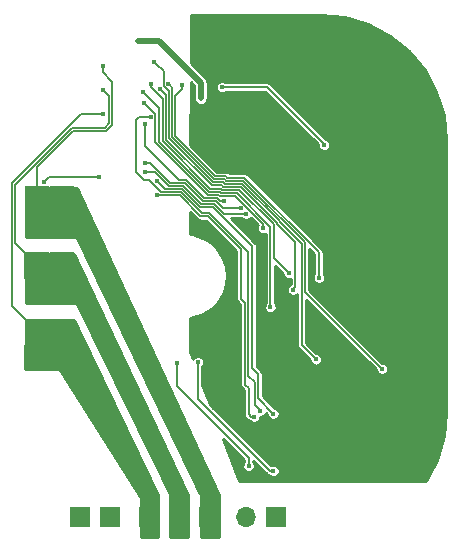
<source format=gbr>
G04 #@! TF.FileFunction,Copper,L2,Bot,Signal*
%FSLAX46Y46*%
G04 Gerber Fmt 4.6, Leading zero omitted, Abs format (unit mm)*
G04 Created by KiCad (PCBNEW 4.0.6) date 10/13/18 21:28:43*
%MOMM*%
%LPD*%
G01*
G04 APERTURE LIST*
%ADD10C,0.100000*%
%ADD11R,1.700000X1.700000*%
%ADD12O,1.700000X1.700000*%
%ADD13R,2.150000X2.200000*%
%ADD14C,0.400000*%
%ADD15C,0.500000*%
%ADD16C,0.130000*%
%ADD17C,0.254000*%
G04 APERTURE END LIST*
D10*
D11*
X73200000Y-85900000D03*
D12*
X70660000Y-85900000D03*
D11*
X56600000Y-85900000D03*
X59200000Y-85900000D03*
X62500000Y-85900000D03*
X65040000Y-85900000D03*
X67580000Y-85900000D03*
D13*
X52958935Y-72400000D03*
X52958935Y-70200000D03*
X55108935Y-72400000D03*
X55108935Y-70200000D03*
X52945000Y-66800000D03*
X52945000Y-64600000D03*
X55095000Y-66800000D03*
X55095000Y-64600000D03*
X52958935Y-61195000D03*
X52958935Y-58995000D03*
X55108935Y-61195000D03*
X55108935Y-58995000D03*
D14*
X83500000Y-54300000D03*
X77650000Y-62100000D03*
X74300000Y-81250000D03*
X76200000Y-74850000D03*
X82600000Y-63500000D03*
X82550000Y-70300000D03*
X67650000Y-54450000D03*
X67350000Y-54050000D03*
X72200000Y-47300000D03*
X71550000Y-47300000D03*
X70900000Y-47300000D03*
X70250000Y-47300000D03*
X73750000Y-47300000D03*
X73650000Y-56600000D03*
X74100000Y-56150000D03*
X62850004Y-45600000D03*
X62250000Y-45600000D03*
X61550000Y-45600004D03*
X66850000Y-49150000D03*
X66850000Y-49750000D03*
X66850000Y-50450000D03*
X58550000Y-51800000D03*
X58550000Y-49750000D03*
X58550000Y-47750000D03*
X77300000Y-54400000D03*
X68650000Y-49500000D03*
X62154990Y-55900000D03*
X70270685Y-59779315D03*
X70718687Y-60227316D03*
X62154990Y-56704315D03*
X61950000Y-49900000D03*
X72750000Y-68150000D03*
X62665825Y-49217677D03*
X74308093Y-65258636D03*
X62050000Y-50850000D03*
X72150000Y-61450000D03*
X63371481Y-49651262D03*
X74650000Y-66650000D03*
X66600000Y-72800000D03*
X73000000Y-82000000D03*
X64800000Y-72900000D03*
X70900000Y-81600000D03*
X58200000Y-57100000D03*
X53600000Y-57530002D03*
X71900000Y-76900000D03*
X62600000Y-52050000D03*
X71366430Y-77396927D03*
X63143602Y-58652231D03*
X63150000Y-57450000D03*
X73000000Y-77150000D03*
X62150000Y-52650000D03*
X68840858Y-59115087D03*
X64099999Y-49250000D03*
X82200000Y-73350000D03*
X62900000Y-47350000D03*
X76600000Y-72550000D03*
X65300000Y-49350000D03*
X76850000Y-65650000D03*
D15*
X63132846Y-45600000D02*
X62850004Y-45600000D01*
X66850000Y-49150000D02*
X63300000Y-45600000D01*
X63300000Y-45600000D02*
X63132846Y-45600000D01*
X62250000Y-45600000D02*
X62850004Y-45600000D01*
X62249996Y-45600004D02*
X62250000Y-45600000D01*
X61550000Y-45600004D02*
X62249996Y-45600004D01*
X66850000Y-49750000D02*
X66850000Y-50450000D01*
X66850000Y-49150000D02*
X66850000Y-49750000D01*
D16*
X58020000Y-51800000D02*
X58550000Y-51800000D01*
X50839989Y-62837700D02*
X50839989Y-57630011D01*
X56670000Y-51800000D02*
X58020000Y-51800000D01*
X50850000Y-62847711D02*
X50839989Y-62837700D01*
X50839989Y-57630011D02*
X56670000Y-51800000D01*
X52958935Y-70175000D02*
X50850000Y-68066065D01*
X52958935Y-70200000D02*
X52958935Y-70175000D01*
X50850000Y-68066065D02*
X50850000Y-62847711D01*
X58550000Y-49750000D02*
X58575000Y-49750000D01*
X51100000Y-57800000D02*
X51100000Y-62730000D01*
X58700000Y-52950000D02*
X55950000Y-52950000D01*
X59080000Y-52570000D02*
X58700000Y-52950000D01*
X58575000Y-49750000D02*
X59080000Y-50255000D01*
X59080000Y-50255000D02*
X59080000Y-52570000D01*
X55950000Y-52950000D02*
X51100000Y-57800000D01*
X51100000Y-62730000D02*
X52945000Y-64575000D01*
X52945000Y-64575000D02*
X52945000Y-64600000D01*
X55108935Y-58970000D02*
X55108935Y-58995000D01*
X59350000Y-49055000D02*
X58550000Y-48255000D01*
X59350000Y-52717711D02*
X59350000Y-49055000D01*
X56057699Y-53210011D02*
X58857700Y-53210011D01*
X52958935Y-58995000D02*
X52958935Y-56308775D01*
X58857700Y-53210011D02*
X59350000Y-52717711D01*
X58550000Y-48255000D02*
X58550000Y-47750000D01*
X52958935Y-56308775D02*
X56057699Y-53210011D01*
X68650000Y-49500000D02*
X72490000Y-49500000D01*
X72490000Y-49500000D02*
X77300000Y-54310000D01*
X77300000Y-54310000D02*
X77300000Y-54400000D01*
X68650000Y-49500000D02*
X68550000Y-49500000D01*
X62437832Y-55900000D02*
X62154990Y-55900000D01*
X64264502Y-57612187D02*
X62552315Y-55900000D01*
X65483031Y-57612187D02*
X64264502Y-57612187D01*
X70270685Y-59779315D02*
X68764737Y-59779315D01*
X68764737Y-59779315D02*
X68115400Y-59129978D01*
X67000818Y-59129978D02*
X65483031Y-57612187D01*
X62552315Y-55900000D02*
X62437832Y-55900000D01*
X68115400Y-59129978D02*
X67000818Y-59129978D01*
X65375331Y-57872198D02*
X64156802Y-57872198D01*
X68845027Y-60227316D02*
X68007700Y-59389989D01*
X70718687Y-60227316D02*
X68845027Y-60227316D01*
X68007700Y-59389989D02*
X66893119Y-59389989D01*
X66893119Y-59389989D02*
X65375331Y-57872198D01*
X62988919Y-56704315D02*
X62437832Y-56704315D01*
X62437832Y-56704315D02*
X62154990Y-56704315D01*
X64156802Y-57872198D02*
X62988919Y-56704315D01*
X62149999Y-50099999D02*
X61950000Y-49900000D01*
X68548621Y-58460066D02*
X68438500Y-58349945D01*
X63349945Y-51299945D02*
X62149999Y-50099999D01*
X67543679Y-58349945D02*
X63349945Y-54156211D01*
X69877776Y-58460066D02*
X68548621Y-58460066D01*
X72750000Y-68150000D02*
X72750000Y-61332291D01*
X68438500Y-58349945D02*
X67543679Y-58349945D01*
X63349945Y-54156211D02*
X63349945Y-51299945D01*
X72750000Y-61332291D02*
X69877776Y-58460066D01*
X70117766Y-58200055D02*
X68656321Y-58200055D01*
X62665825Y-49530208D02*
X62665825Y-49500519D01*
X67651379Y-58089934D02*
X63609956Y-54048511D01*
X68546200Y-58089934D02*
X67651379Y-58089934D01*
X68656321Y-58200055D02*
X68546200Y-58089934D01*
X62665825Y-49500519D02*
X62665825Y-49217677D01*
X74308093Y-65258636D02*
X73010011Y-63960554D01*
X73010011Y-63960554D02*
X73010011Y-61092300D01*
X73010011Y-61092300D02*
X70117766Y-58200055D01*
X63609956Y-50474339D02*
X62665825Y-49530208D01*
X63609956Y-54048511D02*
X63609956Y-50474339D01*
X63010011Y-54183988D02*
X67435979Y-58609956D01*
X68330800Y-58609956D02*
X68440921Y-58720077D01*
X69770076Y-58720077D02*
X72150000Y-61100001D01*
X62050000Y-50850000D02*
X63010011Y-51810011D01*
X72150000Y-61167158D02*
X72150000Y-61450000D01*
X67435979Y-58609956D02*
X68330800Y-58609956D01*
X63010011Y-51810011D02*
X63010011Y-54183988D01*
X72150000Y-61100001D02*
X72150000Y-61167158D01*
X68440921Y-58720077D02*
X69770076Y-58720077D01*
X74849999Y-66450001D02*
X74849999Y-62635421D01*
X67759079Y-57829923D02*
X63869967Y-53940811D01*
X73270022Y-61055444D02*
X73270022Y-60984600D01*
X63869967Y-50149748D02*
X63571480Y-49851261D01*
X63571480Y-49851261D02*
X63371481Y-49651262D01*
X73270022Y-60984600D02*
X70225466Y-57940044D01*
X74650000Y-66650000D02*
X74849999Y-66450001D01*
X63869967Y-53940811D02*
X63869967Y-50149748D01*
X74849999Y-62635421D02*
X73270022Y-61055444D01*
X70225466Y-57940044D02*
X68764021Y-57940044D01*
X68764021Y-57940044D02*
X68653900Y-57829923D01*
X68653900Y-57829923D02*
X67759079Y-57829923D01*
X73000000Y-82000000D02*
X72717158Y-82000000D01*
X72717158Y-82000000D02*
X67700000Y-76982842D01*
X67700000Y-76982842D02*
X67682842Y-76982842D01*
X67682842Y-76982842D02*
X66600000Y-75900000D01*
X66600000Y-75900000D02*
X66600000Y-72800000D01*
X70900000Y-81600000D02*
X70900000Y-80900000D01*
X70900000Y-80900000D02*
X64800000Y-74800000D01*
X64800000Y-74800000D02*
X64800000Y-73182842D01*
X64800000Y-73182842D02*
X64800000Y-72900000D01*
X53600000Y-57530002D02*
X54030002Y-57100000D01*
X54030002Y-57100000D02*
X58200000Y-57100000D01*
X71400001Y-76400001D02*
X71700001Y-76700001D01*
X71400001Y-74500001D02*
X71400001Y-76400001D01*
X70860011Y-63442300D02*
X70860011Y-73960011D01*
X66917710Y-60150000D02*
X67567711Y-60150000D01*
X71700001Y-76700001D02*
X71900000Y-76900000D01*
X67567711Y-60150000D02*
X70860011Y-63442300D01*
X65159931Y-58392220D02*
X66917710Y-60150000D01*
X63509930Y-58392220D02*
X65159931Y-58392220D01*
X62467710Y-57350000D02*
X63509930Y-58392220D01*
X62050000Y-57350000D02*
X62467710Y-57350000D01*
X70860011Y-73960011D02*
X71400001Y-74500001D01*
X61392978Y-56692978D02*
X62050000Y-57350000D01*
X61650000Y-52050000D02*
X61392978Y-52307022D01*
X62600000Y-52050000D02*
X61650000Y-52050000D01*
X61392978Y-52307022D02*
X61392978Y-56692978D01*
X63143602Y-58652231D02*
X65052231Y-58652231D01*
X70600000Y-67800000D02*
X70600000Y-74700000D01*
X65052231Y-58652231D02*
X66810011Y-60410011D01*
X70900000Y-77213339D02*
X71083588Y-77396927D01*
X66810011Y-60410011D02*
X67460011Y-60410011D01*
X67460011Y-60410011D02*
X70250000Y-63200000D01*
X70900000Y-75000000D02*
X70900000Y-77213339D01*
X70250000Y-63200000D02*
X70250000Y-67450000D01*
X70250000Y-67450000D02*
X70600000Y-67800000D01*
X70600000Y-74700000D02*
X70900000Y-75000000D01*
X71083588Y-77396927D02*
X71366430Y-77396927D01*
X73000000Y-77150000D02*
X71700000Y-75850000D01*
X71700000Y-75850000D02*
X71700000Y-73800000D01*
X71700000Y-73800000D02*
X71200000Y-73300000D01*
X71200000Y-73300000D02*
X71200000Y-62950000D01*
X71200000Y-62950000D02*
X67900000Y-59650000D01*
X67900000Y-59650000D02*
X66785420Y-59650000D01*
X66785420Y-59650000D02*
X65267631Y-58132209D01*
X65267631Y-58132209D02*
X63832209Y-58132209D01*
X63832209Y-58132209D02*
X63349999Y-57649999D01*
X63349999Y-57649999D02*
X63150000Y-57450000D01*
X62150000Y-52932842D02*
X62150000Y-52650000D01*
X62150000Y-54490429D02*
X62150000Y-52932842D01*
X65011747Y-57352176D02*
X62150000Y-54490429D01*
X65590731Y-57352176D02*
X65011747Y-57352176D01*
X68223100Y-58869967D02*
X67108517Y-58869967D01*
X68468220Y-59115087D02*
X68223100Y-58869967D01*
X68840858Y-59115087D02*
X68468220Y-59115087D01*
X67108517Y-58869967D02*
X65590731Y-57352176D01*
X68979421Y-57420022D02*
X68869300Y-57309901D01*
X70440866Y-57420022D02*
X68979421Y-57420022D01*
X64299998Y-49449999D02*
X64099999Y-49250000D01*
X64389989Y-53725411D02*
X64389989Y-49539990D01*
X75660011Y-62639168D02*
X70440866Y-57420022D01*
X75660011Y-66810011D02*
X75660011Y-62639168D01*
X82200000Y-73350000D02*
X75660011Y-66810011D01*
X67974479Y-57309901D02*
X64389989Y-53725411D01*
X64389989Y-49539990D02*
X64299998Y-49449999D01*
X68869300Y-57309901D02*
X67974479Y-57309901D01*
X63099999Y-47549999D02*
X62900000Y-47350000D01*
X73530033Y-60876900D02*
X70333166Y-57680033D01*
X73530033Y-60930033D02*
X73530033Y-60876900D01*
X64129978Y-53833111D02*
X64129978Y-49864583D01*
X63704997Y-49439602D02*
X63704997Y-48154997D01*
X67866779Y-57569912D02*
X64129978Y-53833111D01*
X68761600Y-57569912D02*
X67866779Y-57569912D01*
X75400000Y-62800000D02*
X73530033Y-60930033D01*
X64129978Y-49864583D02*
X63704997Y-49439602D01*
X75400000Y-71350000D02*
X75400000Y-62800000D01*
X76600000Y-72550000D02*
X75400000Y-71350000D01*
X70333166Y-57680033D02*
X68871721Y-57680033D01*
X63704997Y-48154997D02*
X63099999Y-47549999D01*
X68871721Y-57680033D02*
X68761600Y-57569912D01*
X69087121Y-57160011D02*
X68977000Y-57049890D01*
X70548566Y-57160011D02*
X69087121Y-57160011D01*
X68082179Y-57049890D02*
X64650000Y-53617711D01*
X64650000Y-53617711D02*
X64650000Y-50282842D01*
X76850000Y-65650000D02*
X76850000Y-63461446D01*
X76850000Y-63461446D02*
X70548566Y-57160011D01*
X68977000Y-57049890D02*
X68082179Y-57049890D01*
X64650000Y-50282842D02*
X65300000Y-49632842D01*
X65300000Y-49632842D02*
X65300000Y-49350000D01*
D17*
G36*
X63223000Y-84078807D02*
X63223000Y-87623000D01*
X61777000Y-87623000D01*
X61777000Y-84350000D01*
X61771972Y-84314619D01*
X61757389Y-84282202D01*
X54907389Y-73432202D01*
X54884249Y-73404968D01*
X54854438Y-73385259D01*
X54820317Y-73374636D01*
X54800000Y-73373000D01*
X51978452Y-73373000D01*
X52025565Y-69227000D01*
X56119962Y-69227000D01*
X63223000Y-84078807D01*
X63223000Y-84078807D01*
G37*
X63223000Y-84078807D02*
X63223000Y-87623000D01*
X61777000Y-87623000D01*
X61777000Y-84350000D01*
X61771972Y-84314619D01*
X61757389Y-84282202D01*
X54907389Y-73432202D01*
X54884249Y-73404968D01*
X54854438Y-73385259D01*
X54820317Y-73374636D01*
X54800000Y-73373000D01*
X51978452Y-73373000D01*
X52025565Y-69227000D01*
X56119962Y-69227000D01*
X63223000Y-84078807D01*
G36*
X65773000Y-84028531D02*
X65773000Y-87623000D01*
X64277000Y-87623000D01*
X64277000Y-84050000D01*
X64271972Y-84014619D01*
X64264014Y-83994055D01*
X56364014Y-67894055D01*
X56343914Y-67864507D01*
X56316378Y-67841727D01*
X56283586Y-67827522D01*
X56250000Y-67823000D01*
X52025581Y-67823000D01*
X51978435Y-63627000D01*
X56119593Y-63627000D01*
X65773000Y-84028531D01*
X65773000Y-84028531D01*
G37*
X65773000Y-84028531D02*
X65773000Y-87623000D01*
X64277000Y-87623000D01*
X64277000Y-84050000D01*
X64271972Y-84014619D01*
X64264014Y-83994055D01*
X56364014Y-67894055D01*
X56343914Y-67864507D01*
X56316378Y-67841727D01*
X56283586Y-67827522D01*
X56250000Y-67823000D01*
X52025581Y-67823000D01*
X51978435Y-63627000D01*
X56119593Y-63627000D01*
X65773000Y-84028531D01*
G36*
X53436360Y-58033634D02*
X53537299Y-58055827D01*
X53640627Y-58057991D01*
X53742406Y-58040045D01*
X53776038Y-58027000D01*
X56368753Y-58027000D01*
X68373000Y-84027901D01*
X68373000Y-87623000D01*
X66827000Y-87623000D01*
X66827000Y-84000000D01*
X66821972Y-83964619D01*
X66814423Y-83944897D01*
X56364423Y-62244897D01*
X56344542Y-62215201D01*
X56317175Y-62192220D01*
X56284488Y-62177773D01*
X56250000Y-62173000D01*
X52027000Y-62173000D01*
X52027000Y-58027000D01*
X53421175Y-58027000D01*
X53436360Y-58033634D01*
X53436360Y-58033634D01*
G37*
X53436360Y-58033634D02*
X53537299Y-58055827D01*
X53640627Y-58057991D01*
X53742406Y-58040045D01*
X53776038Y-58027000D01*
X56368753Y-58027000D01*
X68373000Y-84027901D01*
X68373000Y-87623000D01*
X66827000Y-87623000D01*
X66827000Y-84000000D01*
X66821972Y-83964619D01*
X66814423Y-83944897D01*
X56364423Y-62244897D01*
X56344542Y-62215201D01*
X56317175Y-62192220D01*
X56284488Y-62177773D01*
X56250000Y-62173000D01*
X52027000Y-62173000D01*
X52027000Y-58027000D01*
X53421175Y-58027000D01*
X53436360Y-58033634D01*
G36*
X79063004Y-43581087D02*
X81047420Y-44180218D01*
X82877679Y-45153384D01*
X84484056Y-46463514D01*
X85805368Y-48060706D01*
X86791286Y-49884122D01*
X87404257Y-51864311D01*
X87622801Y-53943620D01*
X87623000Y-54000742D01*
X87623000Y-76981559D01*
X87418913Y-79063004D01*
X86819782Y-81047420D01*
X85875690Y-82823000D01*
X70085199Y-82823000D01*
X68739701Y-79294073D01*
X70508000Y-81062372D01*
X70508000Y-81246236D01*
X70494341Y-81259612D01*
X70435952Y-81344887D01*
X70395238Y-81439880D01*
X70373750Y-81540972D01*
X70372307Y-81644312D01*
X70390964Y-81745964D01*
X70429010Y-81842056D01*
X70484995Y-81928929D01*
X70556788Y-82003273D01*
X70641654Y-82062256D01*
X70736360Y-82103632D01*
X70837299Y-82125825D01*
X70940627Y-82127989D01*
X71042406Y-82110043D01*
X71138762Y-82072669D01*
X71226024Y-82017291D01*
X71300867Y-81946019D01*
X71360441Y-81861567D01*
X71402477Y-81767152D01*
X71425374Y-81666370D01*
X71427023Y-81548325D01*
X71406949Y-81446943D01*
X71367565Y-81351391D01*
X71310372Y-81265309D01*
X71292000Y-81246808D01*
X71292000Y-81129214D01*
X72439972Y-82277186D01*
X72467967Y-82300181D01*
X72495691Y-82323444D01*
X72497498Y-82324437D01*
X72499091Y-82325746D01*
X72531019Y-82342866D01*
X72562733Y-82360301D01*
X72564696Y-82360924D01*
X72566515Y-82361899D01*
X72601154Y-82372489D01*
X72635657Y-82383434D01*
X72637707Y-82383664D01*
X72637913Y-82383727D01*
X72656788Y-82403273D01*
X72741654Y-82462256D01*
X72836360Y-82503632D01*
X72937299Y-82525825D01*
X73040627Y-82527989D01*
X73142406Y-82510043D01*
X73238762Y-82472669D01*
X73326024Y-82417291D01*
X73400867Y-82346019D01*
X73460441Y-82261567D01*
X73502477Y-82167152D01*
X73525374Y-82066370D01*
X73527023Y-81948325D01*
X73506949Y-81846943D01*
X73467565Y-81751391D01*
X73410372Y-81665309D01*
X73337548Y-81591975D01*
X73251867Y-81534182D01*
X73156592Y-81494132D01*
X73055353Y-81473351D01*
X72952006Y-81472629D01*
X72850486Y-81491995D01*
X72788549Y-81517019D01*
X67977186Y-76705656D01*
X67949191Y-76682661D01*
X67921467Y-76659398D01*
X67919660Y-76658405D01*
X67918067Y-76657096D01*
X67903839Y-76649467D01*
X67625095Y-76370723D01*
X66992000Y-74710263D01*
X66992000Y-73154463D01*
X67000867Y-73146019D01*
X67060441Y-73061567D01*
X67102477Y-72967152D01*
X67125374Y-72866370D01*
X67127023Y-72748325D01*
X67106949Y-72646943D01*
X67067565Y-72551391D01*
X67010372Y-72465309D01*
X66937548Y-72391975D01*
X66851867Y-72334182D01*
X66756592Y-72294132D01*
X66655353Y-72273351D01*
X66552006Y-72272629D01*
X66450486Y-72291995D01*
X66354662Y-72330711D01*
X66268182Y-72387302D01*
X66194341Y-72459612D01*
X66155505Y-72516331D01*
X65934138Y-71935738D01*
X65940778Y-69033210D01*
X66219256Y-69003941D01*
X66886143Y-68797504D01*
X67500233Y-68465467D01*
X68038135Y-68020477D01*
X68479359Y-67479482D01*
X68807101Y-66863089D01*
X69008877Y-66194776D01*
X69077000Y-65500000D01*
X69075605Y-65400124D01*
X68988109Y-64707521D01*
X68767752Y-64045103D01*
X68422927Y-63438102D01*
X67966769Y-62909637D01*
X67416652Y-62479839D01*
X66793531Y-62165078D01*
X66121140Y-61977343D01*
X65956949Y-61964709D01*
X65961180Y-60115552D01*
X66532825Y-60687197D01*
X66560815Y-60710188D01*
X66588544Y-60733455D01*
X66590351Y-60734449D01*
X66591943Y-60735756D01*
X66623838Y-60752858D01*
X66655586Y-60770312D01*
X66657551Y-60770935D01*
X66659367Y-60771909D01*
X66693975Y-60782490D01*
X66728510Y-60793445D01*
X66730560Y-60793675D01*
X66732529Y-60794277D01*
X66768542Y-60797935D01*
X66804538Y-60801973D01*
X66808564Y-60802001D01*
X66808643Y-60802009D01*
X66808717Y-60802002D01*
X66810011Y-60802011D01*
X67297639Y-60802011D01*
X69858000Y-63362372D01*
X69858000Y-67450000D01*
X69861537Y-67486074D01*
X69864690Y-67522109D01*
X69865265Y-67524087D01*
X69865466Y-67526140D01*
X69875942Y-67560839D01*
X69886034Y-67595576D01*
X69886981Y-67597404D01*
X69887578Y-67599380D01*
X69904576Y-67631348D01*
X69921241Y-67663499D01*
X69922529Y-67665113D01*
X69923495Y-67666929D01*
X69946362Y-67694967D01*
X69968971Y-67723289D01*
X69971798Y-67726156D01*
X69971848Y-67726217D01*
X69971905Y-67726264D01*
X69972814Y-67727186D01*
X70208000Y-67962372D01*
X70208000Y-74700000D01*
X70211537Y-74736074D01*
X70214690Y-74772109D01*
X70215265Y-74774087D01*
X70215466Y-74776140D01*
X70225942Y-74810839D01*
X70236034Y-74845576D01*
X70236981Y-74847404D01*
X70237578Y-74849380D01*
X70254576Y-74881348D01*
X70271241Y-74913499D01*
X70272529Y-74915113D01*
X70273495Y-74916929D01*
X70296362Y-74944967D01*
X70318971Y-74973289D01*
X70321798Y-74976156D01*
X70321848Y-74976217D01*
X70321905Y-74976264D01*
X70322814Y-74977186D01*
X70508000Y-75162372D01*
X70508000Y-77213339D01*
X70511537Y-77249413D01*
X70514690Y-77285448D01*
X70515265Y-77287426D01*
X70515466Y-77289479D01*
X70525942Y-77324178D01*
X70536034Y-77358915D01*
X70536981Y-77360743D01*
X70537578Y-77362719D01*
X70554576Y-77394687D01*
X70571241Y-77426838D01*
X70572529Y-77428452D01*
X70573495Y-77430268D01*
X70596362Y-77458306D01*
X70618971Y-77486628D01*
X70621798Y-77489495D01*
X70621848Y-77489556D01*
X70621905Y-77489603D01*
X70622814Y-77490525D01*
X70806402Y-77674113D01*
X70834397Y-77697108D01*
X70862121Y-77720371D01*
X70863928Y-77721364D01*
X70865521Y-77722673D01*
X70897449Y-77739793D01*
X70929163Y-77757228D01*
X70931126Y-77757851D01*
X70932945Y-77758826D01*
X70967584Y-77769416D01*
X71002087Y-77780361D01*
X71004137Y-77780591D01*
X71004343Y-77780654D01*
X71023218Y-77800200D01*
X71108084Y-77859183D01*
X71202790Y-77900559D01*
X71303729Y-77922752D01*
X71407057Y-77924916D01*
X71508836Y-77906970D01*
X71605192Y-77869596D01*
X71692454Y-77814218D01*
X71767297Y-77742946D01*
X71826871Y-77658494D01*
X71868907Y-77564079D01*
X71891804Y-77463297D01*
X71892311Y-77426977D01*
X71940627Y-77427989D01*
X72042406Y-77410043D01*
X72138762Y-77372669D01*
X72226024Y-77317291D01*
X72300867Y-77246019D01*
X72360441Y-77161567D01*
X72390248Y-77094620D01*
X72472550Y-77176922D01*
X72472307Y-77194312D01*
X72490964Y-77295964D01*
X72529010Y-77392056D01*
X72584995Y-77478929D01*
X72656788Y-77553273D01*
X72741654Y-77612256D01*
X72836360Y-77653632D01*
X72937299Y-77675825D01*
X73040627Y-77677989D01*
X73142406Y-77660043D01*
X73238762Y-77622669D01*
X73326024Y-77567291D01*
X73400867Y-77496019D01*
X73460441Y-77411567D01*
X73502477Y-77317152D01*
X73525374Y-77216370D01*
X73527023Y-77098325D01*
X73506949Y-76996943D01*
X73467565Y-76901391D01*
X73410372Y-76815309D01*
X73337548Y-76741975D01*
X73251867Y-76684182D01*
X73156592Y-76644132D01*
X73055353Y-76623351D01*
X73027529Y-76623157D01*
X72092000Y-75687628D01*
X72092000Y-73800000D01*
X72088462Y-73763922D01*
X72085310Y-73727892D01*
X72084735Y-73725914D01*
X72084534Y-73723860D01*
X72074054Y-73689148D01*
X72063966Y-73654424D01*
X72063019Y-73652596D01*
X72062422Y-73650620D01*
X72045424Y-73618652D01*
X72028759Y-73586501D01*
X72027471Y-73584887D01*
X72026505Y-73583071D01*
X72003638Y-73555033D01*
X71981029Y-73526711D01*
X71978202Y-73523844D01*
X71978152Y-73523783D01*
X71978095Y-73523736D01*
X71977186Y-73522814D01*
X71592000Y-73137628D01*
X71592000Y-62950000D01*
X71588462Y-62913922D01*
X71585310Y-62877892D01*
X71584735Y-62875914D01*
X71584534Y-62873860D01*
X71574054Y-62839148D01*
X71563966Y-62804424D01*
X71563019Y-62802596D01*
X71562422Y-62800620D01*
X71545424Y-62768652D01*
X71528759Y-62736501D01*
X71527471Y-62734887D01*
X71526505Y-62733071D01*
X71503638Y-62705033D01*
X71481029Y-62676711D01*
X71478202Y-62673844D01*
X71478152Y-62673783D01*
X71478095Y-62673736D01*
X71477186Y-62672814D01*
X69423688Y-60619316D01*
X70364589Y-60619316D01*
X70375475Y-60630589D01*
X70460341Y-60689572D01*
X70555047Y-60730948D01*
X70655986Y-60753141D01*
X70759314Y-60755305D01*
X70861093Y-60737359D01*
X70957449Y-60699985D01*
X71044711Y-60644607D01*
X71093640Y-60598013D01*
X71687806Y-61192179D01*
X71685952Y-61194887D01*
X71645238Y-61289880D01*
X71623750Y-61390972D01*
X71622307Y-61494312D01*
X71640964Y-61595964D01*
X71679010Y-61692056D01*
X71734995Y-61778929D01*
X71806788Y-61853273D01*
X71891654Y-61912256D01*
X71986360Y-61953632D01*
X72087299Y-61975825D01*
X72190627Y-61977989D01*
X72292406Y-61960043D01*
X72358000Y-61934601D01*
X72358000Y-67796236D01*
X72344341Y-67809612D01*
X72285952Y-67894887D01*
X72245238Y-67989880D01*
X72223750Y-68090972D01*
X72222307Y-68194312D01*
X72240964Y-68295964D01*
X72279010Y-68392056D01*
X72334995Y-68478929D01*
X72406788Y-68553273D01*
X72491654Y-68612256D01*
X72586360Y-68653632D01*
X72687299Y-68675825D01*
X72790627Y-68677989D01*
X72892406Y-68660043D01*
X72988762Y-68622669D01*
X73076024Y-68567291D01*
X73150867Y-68496019D01*
X73210441Y-68411567D01*
X73252477Y-68317152D01*
X73275374Y-68216370D01*
X73277023Y-68098325D01*
X73256949Y-67996943D01*
X73217565Y-67901391D01*
X73160372Y-67815309D01*
X73142000Y-67796808D01*
X73142000Y-64646915D01*
X73780643Y-65285558D01*
X73780400Y-65302948D01*
X73799057Y-65404600D01*
X73837103Y-65500692D01*
X73893088Y-65587565D01*
X73964881Y-65661909D01*
X74049747Y-65720892D01*
X74144453Y-65762268D01*
X74245392Y-65784461D01*
X74348720Y-65786625D01*
X74450499Y-65768679D01*
X74457999Y-65765770D01*
X74457999Y-66159161D01*
X74404662Y-66180711D01*
X74318182Y-66237302D01*
X74244341Y-66309612D01*
X74185952Y-66394887D01*
X74145238Y-66489880D01*
X74123750Y-66590972D01*
X74122307Y-66694312D01*
X74140964Y-66795964D01*
X74179010Y-66892056D01*
X74234995Y-66978929D01*
X74306788Y-67053273D01*
X74391654Y-67112256D01*
X74486360Y-67153632D01*
X74587299Y-67175825D01*
X74690627Y-67177989D01*
X74792406Y-67160043D01*
X74888762Y-67122669D01*
X74976024Y-67067291D01*
X75008000Y-67036841D01*
X75008000Y-71350000D01*
X75011537Y-71386074D01*
X75014690Y-71422109D01*
X75015265Y-71424087D01*
X75015466Y-71426140D01*
X75025942Y-71460839D01*
X75036034Y-71495576D01*
X75036981Y-71497404D01*
X75037578Y-71499380D01*
X75054576Y-71531348D01*
X75071241Y-71563499D01*
X75072529Y-71565113D01*
X75073495Y-71566929D01*
X75096362Y-71594967D01*
X75118971Y-71623289D01*
X75121798Y-71626156D01*
X75121848Y-71626217D01*
X75121905Y-71626264D01*
X75122814Y-71627186D01*
X76072550Y-72576922D01*
X76072307Y-72594312D01*
X76090964Y-72695964D01*
X76129010Y-72792056D01*
X76184995Y-72878929D01*
X76256788Y-72953273D01*
X76341654Y-73012256D01*
X76436360Y-73053632D01*
X76537299Y-73075825D01*
X76640627Y-73077989D01*
X76742406Y-73060043D01*
X76838762Y-73022669D01*
X76926024Y-72967291D01*
X77000867Y-72896019D01*
X77060441Y-72811567D01*
X77102477Y-72717152D01*
X77125374Y-72616370D01*
X77127023Y-72498325D01*
X77106949Y-72396943D01*
X77067565Y-72301391D01*
X77010372Y-72215309D01*
X76937548Y-72141975D01*
X76851867Y-72084182D01*
X76756592Y-72044132D01*
X76655353Y-72023351D01*
X76627529Y-72023157D01*
X75792000Y-71187628D01*
X75792000Y-67496372D01*
X81672550Y-73376922D01*
X81672307Y-73394312D01*
X81690964Y-73495964D01*
X81729010Y-73592056D01*
X81784995Y-73678929D01*
X81856788Y-73753273D01*
X81941654Y-73812256D01*
X82036360Y-73853632D01*
X82137299Y-73875825D01*
X82240627Y-73877989D01*
X82342406Y-73860043D01*
X82438762Y-73822669D01*
X82526024Y-73767291D01*
X82600867Y-73696019D01*
X82660441Y-73611567D01*
X82702477Y-73517152D01*
X82725374Y-73416370D01*
X82727023Y-73298325D01*
X82706949Y-73196943D01*
X82667565Y-73101391D01*
X82610372Y-73015309D01*
X82537548Y-72941975D01*
X82451867Y-72884182D01*
X82356592Y-72844132D01*
X82255353Y-72823351D01*
X82227529Y-72823157D01*
X76052011Y-66647639D01*
X76052011Y-63217829D01*
X76458000Y-63623818D01*
X76458000Y-65296236D01*
X76444341Y-65309612D01*
X76385952Y-65394887D01*
X76345238Y-65489880D01*
X76323750Y-65590972D01*
X76322307Y-65694312D01*
X76340964Y-65795964D01*
X76379010Y-65892056D01*
X76434995Y-65978929D01*
X76506788Y-66053273D01*
X76591654Y-66112256D01*
X76686360Y-66153632D01*
X76787299Y-66175825D01*
X76890627Y-66177989D01*
X76992406Y-66160043D01*
X77088762Y-66122669D01*
X77176024Y-66067291D01*
X77250867Y-65996019D01*
X77310441Y-65911567D01*
X77352477Y-65817152D01*
X77375374Y-65716370D01*
X77377023Y-65598325D01*
X77356949Y-65496943D01*
X77317565Y-65401391D01*
X77260372Y-65315309D01*
X77242000Y-65296808D01*
X77242000Y-63461446D01*
X77238463Y-63425372D01*
X77235310Y-63389337D01*
X77234735Y-63387359D01*
X77234534Y-63385306D01*
X77224058Y-63350607D01*
X77213966Y-63315870D01*
X77213019Y-63314042D01*
X77212422Y-63312066D01*
X77195424Y-63280098D01*
X77178759Y-63247947D01*
X77177471Y-63246333D01*
X77176505Y-63244517D01*
X77153638Y-63216479D01*
X77131029Y-63188157D01*
X77128202Y-63185290D01*
X77128152Y-63185229D01*
X77128095Y-63185182D01*
X77127186Y-63184260D01*
X70825752Y-56882825D01*
X70797735Y-56859812D01*
X70770033Y-56836567D01*
X70768229Y-56835575D01*
X70766634Y-56834265D01*
X70734684Y-56817134D01*
X70702991Y-56799710D01*
X70701028Y-56799087D01*
X70699209Y-56798112D01*
X70664570Y-56787522D01*
X70630067Y-56776577D01*
X70628017Y-56776347D01*
X70626048Y-56775745D01*
X70590035Y-56772087D01*
X70554039Y-56768049D01*
X70550013Y-56768021D01*
X70549934Y-56768013D01*
X70549860Y-56768020D01*
X70548566Y-56768011D01*
X69248473Y-56768011D01*
X69226191Y-56749709D01*
X69198467Y-56726446D01*
X69196660Y-56725453D01*
X69195067Y-56724144D01*
X69163139Y-56707024D01*
X69131425Y-56689589D01*
X69129462Y-56688966D01*
X69127643Y-56687991D01*
X69093004Y-56677401D01*
X69058501Y-56666456D01*
X69056451Y-56666226D01*
X69054482Y-56665624D01*
X69018469Y-56661966D01*
X68982473Y-56657928D01*
X68978447Y-56657900D01*
X68978368Y-56657892D01*
X68978294Y-56657899D01*
X68977000Y-56657890D01*
X68244551Y-56657890D01*
X65974284Y-54387623D01*
X65986375Y-49102377D01*
X66273000Y-49389002D01*
X66273000Y-50450000D01*
X66283989Y-50562073D01*
X66316537Y-50669878D01*
X66369404Y-50769307D01*
X66440578Y-50856574D01*
X66527346Y-50928355D01*
X66626404Y-50981915D01*
X66733978Y-51015215D01*
X66845972Y-51026986D01*
X66958119Y-51016780D01*
X67066148Y-50984985D01*
X67165944Y-50932813D01*
X67253706Y-50862251D01*
X67326090Y-50775986D01*
X67380341Y-50677304D01*
X67414391Y-50569965D01*
X67426944Y-50458056D01*
X67427000Y-50450000D01*
X67427000Y-49544312D01*
X68122307Y-49544312D01*
X68140964Y-49645964D01*
X68179010Y-49742056D01*
X68234995Y-49828929D01*
X68306788Y-49903273D01*
X68391654Y-49962256D01*
X68486360Y-50003632D01*
X68587299Y-50025825D01*
X68690627Y-50027989D01*
X68792406Y-50010043D01*
X68888762Y-49972669D01*
X68976024Y-49917291D01*
X69002582Y-49892000D01*
X72327628Y-49892000D01*
X76774250Y-54338622D01*
X76773750Y-54340972D01*
X76772307Y-54444312D01*
X76790964Y-54545964D01*
X76829010Y-54642056D01*
X76884995Y-54728929D01*
X76956788Y-54803273D01*
X77041654Y-54862256D01*
X77136360Y-54903632D01*
X77237299Y-54925825D01*
X77340627Y-54927989D01*
X77442406Y-54910043D01*
X77538762Y-54872669D01*
X77626024Y-54817291D01*
X77700867Y-54746019D01*
X77760441Y-54661567D01*
X77802477Y-54567152D01*
X77825374Y-54466370D01*
X77827023Y-54348325D01*
X77806949Y-54246943D01*
X77767565Y-54151391D01*
X77710372Y-54065309D01*
X77637548Y-53991975D01*
X77551867Y-53934182D01*
X77456592Y-53894132D01*
X77433832Y-53889460D01*
X72767186Y-49222814D01*
X72739191Y-49199819D01*
X72711467Y-49176556D01*
X72709660Y-49175563D01*
X72708067Y-49174254D01*
X72676139Y-49157134D01*
X72644425Y-49139699D01*
X72642462Y-49139076D01*
X72640643Y-49138101D01*
X72606004Y-49127511D01*
X72571501Y-49116566D01*
X72569451Y-49116336D01*
X72567482Y-49115734D01*
X72531469Y-49112076D01*
X72495473Y-49108038D01*
X72491447Y-49108010D01*
X72491368Y-49108002D01*
X72491294Y-49108009D01*
X72490000Y-49108000D01*
X69003462Y-49108000D01*
X68987548Y-49091975D01*
X68901867Y-49034182D01*
X68806592Y-48994132D01*
X68705353Y-48973351D01*
X68602006Y-48972629D01*
X68500486Y-48991995D01*
X68404662Y-49030711D01*
X68318182Y-49087302D01*
X68244341Y-49159612D01*
X68185952Y-49244887D01*
X68145238Y-49339880D01*
X68123750Y-49440972D01*
X68122307Y-49544312D01*
X67427000Y-49544312D01*
X67427000Y-49150000D01*
X67421799Y-49096957D01*
X67417153Y-49043860D01*
X67416307Y-49040949D01*
X67416011Y-49037927D01*
X67400598Y-48986877D01*
X67385736Y-48935720D01*
X67384340Y-48933027D01*
X67383463Y-48930122D01*
X67358435Y-48883051D01*
X67333913Y-48835743D01*
X67332021Y-48833373D01*
X67330596Y-48830693D01*
X67296914Y-48789395D01*
X67263657Y-48747735D01*
X67259489Y-48743508D01*
X67259422Y-48743426D01*
X67259347Y-48743364D01*
X67258001Y-48741999D01*
X65990101Y-47474099D01*
X65999474Y-43377000D01*
X76981559Y-43377000D01*
X79063004Y-43581087D01*
X79063004Y-43581087D01*
G37*
X79063004Y-43581087D02*
X81047420Y-44180218D01*
X82877679Y-45153384D01*
X84484056Y-46463514D01*
X85805368Y-48060706D01*
X86791286Y-49884122D01*
X87404257Y-51864311D01*
X87622801Y-53943620D01*
X87623000Y-54000742D01*
X87623000Y-76981559D01*
X87418913Y-79063004D01*
X86819782Y-81047420D01*
X85875690Y-82823000D01*
X70085199Y-82823000D01*
X68739701Y-79294073D01*
X70508000Y-81062372D01*
X70508000Y-81246236D01*
X70494341Y-81259612D01*
X70435952Y-81344887D01*
X70395238Y-81439880D01*
X70373750Y-81540972D01*
X70372307Y-81644312D01*
X70390964Y-81745964D01*
X70429010Y-81842056D01*
X70484995Y-81928929D01*
X70556788Y-82003273D01*
X70641654Y-82062256D01*
X70736360Y-82103632D01*
X70837299Y-82125825D01*
X70940627Y-82127989D01*
X71042406Y-82110043D01*
X71138762Y-82072669D01*
X71226024Y-82017291D01*
X71300867Y-81946019D01*
X71360441Y-81861567D01*
X71402477Y-81767152D01*
X71425374Y-81666370D01*
X71427023Y-81548325D01*
X71406949Y-81446943D01*
X71367565Y-81351391D01*
X71310372Y-81265309D01*
X71292000Y-81246808D01*
X71292000Y-81129214D01*
X72439972Y-82277186D01*
X72467967Y-82300181D01*
X72495691Y-82323444D01*
X72497498Y-82324437D01*
X72499091Y-82325746D01*
X72531019Y-82342866D01*
X72562733Y-82360301D01*
X72564696Y-82360924D01*
X72566515Y-82361899D01*
X72601154Y-82372489D01*
X72635657Y-82383434D01*
X72637707Y-82383664D01*
X72637913Y-82383727D01*
X72656788Y-82403273D01*
X72741654Y-82462256D01*
X72836360Y-82503632D01*
X72937299Y-82525825D01*
X73040627Y-82527989D01*
X73142406Y-82510043D01*
X73238762Y-82472669D01*
X73326024Y-82417291D01*
X73400867Y-82346019D01*
X73460441Y-82261567D01*
X73502477Y-82167152D01*
X73525374Y-82066370D01*
X73527023Y-81948325D01*
X73506949Y-81846943D01*
X73467565Y-81751391D01*
X73410372Y-81665309D01*
X73337548Y-81591975D01*
X73251867Y-81534182D01*
X73156592Y-81494132D01*
X73055353Y-81473351D01*
X72952006Y-81472629D01*
X72850486Y-81491995D01*
X72788549Y-81517019D01*
X67977186Y-76705656D01*
X67949191Y-76682661D01*
X67921467Y-76659398D01*
X67919660Y-76658405D01*
X67918067Y-76657096D01*
X67903839Y-76649467D01*
X67625095Y-76370723D01*
X66992000Y-74710263D01*
X66992000Y-73154463D01*
X67000867Y-73146019D01*
X67060441Y-73061567D01*
X67102477Y-72967152D01*
X67125374Y-72866370D01*
X67127023Y-72748325D01*
X67106949Y-72646943D01*
X67067565Y-72551391D01*
X67010372Y-72465309D01*
X66937548Y-72391975D01*
X66851867Y-72334182D01*
X66756592Y-72294132D01*
X66655353Y-72273351D01*
X66552006Y-72272629D01*
X66450486Y-72291995D01*
X66354662Y-72330711D01*
X66268182Y-72387302D01*
X66194341Y-72459612D01*
X66155505Y-72516331D01*
X65934138Y-71935738D01*
X65940778Y-69033210D01*
X66219256Y-69003941D01*
X66886143Y-68797504D01*
X67500233Y-68465467D01*
X68038135Y-68020477D01*
X68479359Y-67479482D01*
X68807101Y-66863089D01*
X69008877Y-66194776D01*
X69077000Y-65500000D01*
X69075605Y-65400124D01*
X68988109Y-64707521D01*
X68767752Y-64045103D01*
X68422927Y-63438102D01*
X67966769Y-62909637D01*
X67416652Y-62479839D01*
X66793531Y-62165078D01*
X66121140Y-61977343D01*
X65956949Y-61964709D01*
X65961180Y-60115552D01*
X66532825Y-60687197D01*
X66560815Y-60710188D01*
X66588544Y-60733455D01*
X66590351Y-60734449D01*
X66591943Y-60735756D01*
X66623838Y-60752858D01*
X66655586Y-60770312D01*
X66657551Y-60770935D01*
X66659367Y-60771909D01*
X66693975Y-60782490D01*
X66728510Y-60793445D01*
X66730560Y-60793675D01*
X66732529Y-60794277D01*
X66768542Y-60797935D01*
X66804538Y-60801973D01*
X66808564Y-60802001D01*
X66808643Y-60802009D01*
X66808717Y-60802002D01*
X66810011Y-60802011D01*
X67297639Y-60802011D01*
X69858000Y-63362372D01*
X69858000Y-67450000D01*
X69861537Y-67486074D01*
X69864690Y-67522109D01*
X69865265Y-67524087D01*
X69865466Y-67526140D01*
X69875942Y-67560839D01*
X69886034Y-67595576D01*
X69886981Y-67597404D01*
X69887578Y-67599380D01*
X69904576Y-67631348D01*
X69921241Y-67663499D01*
X69922529Y-67665113D01*
X69923495Y-67666929D01*
X69946362Y-67694967D01*
X69968971Y-67723289D01*
X69971798Y-67726156D01*
X69971848Y-67726217D01*
X69971905Y-67726264D01*
X69972814Y-67727186D01*
X70208000Y-67962372D01*
X70208000Y-74700000D01*
X70211537Y-74736074D01*
X70214690Y-74772109D01*
X70215265Y-74774087D01*
X70215466Y-74776140D01*
X70225942Y-74810839D01*
X70236034Y-74845576D01*
X70236981Y-74847404D01*
X70237578Y-74849380D01*
X70254576Y-74881348D01*
X70271241Y-74913499D01*
X70272529Y-74915113D01*
X70273495Y-74916929D01*
X70296362Y-74944967D01*
X70318971Y-74973289D01*
X70321798Y-74976156D01*
X70321848Y-74976217D01*
X70321905Y-74976264D01*
X70322814Y-74977186D01*
X70508000Y-75162372D01*
X70508000Y-77213339D01*
X70511537Y-77249413D01*
X70514690Y-77285448D01*
X70515265Y-77287426D01*
X70515466Y-77289479D01*
X70525942Y-77324178D01*
X70536034Y-77358915D01*
X70536981Y-77360743D01*
X70537578Y-77362719D01*
X70554576Y-77394687D01*
X70571241Y-77426838D01*
X70572529Y-77428452D01*
X70573495Y-77430268D01*
X70596362Y-77458306D01*
X70618971Y-77486628D01*
X70621798Y-77489495D01*
X70621848Y-77489556D01*
X70621905Y-77489603D01*
X70622814Y-77490525D01*
X70806402Y-77674113D01*
X70834397Y-77697108D01*
X70862121Y-77720371D01*
X70863928Y-77721364D01*
X70865521Y-77722673D01*
X70897449Y-77739793D01*
X70929163Y-77757228D01*
X70931126Y-77757851D01*
X70932945Y-77758826D01*
X70967584Y-77769416D01*
X71002087Y-77780361D01*
X71004137Y-77780591D01*
X71004343Y-77780654D01*
X71023218Y-77800200D01*
X71108084Y-77859183D01*
X71202790Y-77900559D01*
X71303729Y-77922752D01*
X71407057Y-77924916D01*
X71508836Y-77906970D01*
X71605192Y-77869596D01*
X71692454Y-77814218D01*
X71767297Y-77742946D01*
X71826871Y-77658494D01*
X71868907Y-77564079D01*
X71891804Y-77463297D01*
X71892311Y-77426977D01*
X71940627Y-77427989D01*
X72042406Y-77410043D01*
X72138762Y-77372669D01*
X72226024Y-77317291D01*
X72300867Y-77246019D01*
X72360441Y-77161567D01*
X72390248Y-77094620D01*
X72472550Y-77176922D01*
X72472307Y-77194312D01*
X72490964Y-77295964D01*
X72529010Y-77392056D01*
X72584995Y-77478929D01*
X72656788Y-77553273D01*
X72741654Y-77612256D01*
X72836360Y-77653632D01*
X72937299Y-77675825D01*
X73040627Y-77677989D01*
X73142406Y-77660043D01*
X73238762Y-77622669D01*
X73326024Y-77567291D01*
X73400867Y-77496019D01*
X73460441Y-77411567D01*
X73502477Y-77317152D01*
X73525374Y-77216370D01*
X73527023Y-77098325D01*
X73506949Y-76996943D01*
X73467565Y-76901391D01*
X73410372Y-76815309D01*
X73337548Y-76741975D01*
X73251867Y-76684182D01*
X73156592Y-76644132D01*
X73055353Y-76623351D01*
X73027529Y-76623157D01*
X72092000Y-75687628D01*
X72092000Y-73800000D01*
X72088462Y-73763922D01*
X72085310Y-73727892D01*
X72084735Y-73725914D01*
X72084534Y-73723860D01*
X72074054Y-73689148D01*
X72063966Y-73654424D01*
X72063019Y-73652596D01*
X72062422Y-73650620D01*
X72045424Y-73618652D01*
X72028759Y-73586501D01*
X72027471Y-73584887D01*
X72026505Y-73583071D01*
X72003638Y-73555033D01*
X71981029Y-73526711D01*
X71978202Y-73523844D01*
X71978152Y-73523783D01*
X71978095Y-73523736D01*
X71977186Y-73522814D01*
X71592000Y-73137628D01*
X71592000Y-62950000D01*
X71588462Y-62913922D01*
X71585310Y-62877892D01*
X71584735Y-62875914D01*
X71584534Y-62873860D01*
X71574054Y-62839148D01*
X71563966Y-62804424D01*
X71563019Y-62802596D01*
X71562422Y-62800620D01*
X71545424Y-62768652D01*
X71528759Y-62736501D01*
X71527471Y-62734887D01*
X71526505Y-62733071D01*
X71503638Y-62705033D01*
X71481029Y-62676711D01*
X71478202Y-62673844D01*
X71478152Y-62673783D01*
X71478095Y-62673736D01*
X71477186Y-62672814D01*
X69423688Y-60619316D01*
X70364589Y-60619316D01*
X70375475Y-60630589D01*
X70460341Y-60689572D01*
X70555047Y-60730948D01*
X70655986Y-60753141D01*
X70759314Y-60755305D01*
X70861093Y-60737359D01*
X70957449Y-60699985D01*
X71044711Y-60644607D01*
X71093640Y-60598013D01*
X71687806Y-61192179D01*
X71685952Y-61194887D01*
X71645238Y-61289880D01*
X71623750Y-61390972D01*
X71622307Y-61494312D01*
X71640964Y-61595964D01*
X71679010Y-61692056D01*
X71734995Y-61778929D01*
X71806788Y-61853273D01*
X71891654Y-61912256D01*
X71986360Y-61953632D01*
X72087299Y-61975825D01*
X72190627Y-61977989D01*
X72292406Y-61960043D01*
X72358000Y-61934601D01*
X72358000Y-67796236D01*
X72344341Y-67809612D01*
X72285952Y-67894887D01*
X72245238Y-67989880D01*
X72223750Y-68090972D01*
X72222307Y-68194312D01*
X72240964Y-68295964D01*
X72279010Y-68392056D01*
X72334995Y-68478929D01*
X72406788Y-68553273D01*
X72491654Y-68612256D01*
X72586360Y-68653632D01*
X72687299Y-68675825D01*
X72790627Y-68677989D01*
X72892406Y-68660043D01*
X72988762Y-68622669D01*
X73076024Y-68567291D01*
X73150867Y-68496019D01*
X73210441Y-68411567D01*
X73252477Y-68317152D01*
X73275374Y-68216370D01*
X73277023Y-68098325D01*
X73256949Y-67996943D01*
X73217565Y-67901391D01*
X73160372Y-67815309D01*
X73142000Y-67796808D01*
X73142000Y-64646915D01*
X73780643Y-65285558D01*
X73780400Y-65302948D01*
X73799057Y-65404600D01*
X73837103Y-65500692D01*
X73893088Y-65587565D01*
X73964881Y-65661909D01*
X74049747Y-65720892D01*
X74144453Y-65762268D01*
X74245392Y-65784461D01*
X74348720Y-65786625D01*
X74450499Y-65768679D01*
X74457999Y-65765770D01*
X74457999Y-66159161D01*
X74404662Y-66180711D01*
X74318182Y-66237302D01*
X74244341Y-66309612D01*
X74185952Y-66394887D01*
X74145238Y-66489880D01*
X74123750Y-66590972D01*
X74122307Y-66694312D01*
X74140964Y-66795964D01*
X74179010Y-66892056D01*
X74234995Y-66978929D01*
X74306788Y-67053273D01*
X74391654Y-67112256D01*
X74486360Y-67153632D01*
X74587299Y-67175825D01*
X74690627Y-67177989D01*
X74792406Y-67160043D01*
X74888762Y-67122669D01*
X74976024Y-67067291D01*
X75008000Y-67036841D01*
X75008000Y-71350000D01*
X75011537Y-71386074D01*
X75014690Y-71422109D01*
X75015265Y-71424087D01*
X75015466Y-71426140D01*
X75025942Y-71460839D01*
X75036034Y-71495576D01*
X75036981Y-71497404D01*
X75037578Y-71499380D01*
X75054576Y-71531348D01*
X75071241Y-71563499D01*
X75072529Y-71565113D01*
X75073495Y-71566929D01*
X75096362Y-71594967D01*
X75118971Y-71623289D01*
X75121798Y-71626156D01*
X75121848Y-71626217D01*
X75121905Y-71626264D01*
X75122814Y-71627186D01*
X76072550Y-72576922D01*
X76072307Y-72594312D01*
X76090964Y-72695964D01*
X76129010Y-72792056D01*
X76184995Y-72878929D01*
X76256788Y-72953273D01*
X76341654Y-73012256D01*
X76436360Y-73053632D01*
X76537299Y-73075825D01*
X76640627Y-73077989D01*
X76742406Y-73060043D01*
X76838762Y-73022669D01*
X76926024Y-72967291D01*
X77000867Y-72896019D01*
X77060441Y-72811567D01*
X77102477Y-72717152D01*
X77125374Y-72616370D01*
X77127023Y-72498325D01*
X77106949Y-72396943D01*
X77067565Y-72301391D01*
X77010372Y-72215309D01*
X76937548Y-72141975D01*
X76851867Y-72084182D01*
X76756592Y-72044132D01*
X76655353Y-72023351D01*
X76627529Y-72023157D01*
X75792000Y-71187628D01*
X75792000Y-67496372D01*
X81672550Y-73376922D01*
X81672307Y-73394312D01*
X81690964Y-73495964D01*
X81729010Y-73592056D01*
X81784995Y-73678929D01*
X81856788Y-73753273D01*
X81941654Y-73812256D01*
X82036360Y-73853632D01*
X82137299Y-73875825D01*
X82240627Y-73877989D01*
X82342406Y-73860043D01*
X82438762Y-73822669D01*
X82526024Y-73767291D01*
X82600867Y-73696019D01*
X82660441Y-73611567D01*
X82702477Y-73517152D01*
X82725374Y-73416370D01*
X82727023Y-73298325D01*
X82706949Y-73196943D01*
X82667565Y-73101391D01*
X82610372Y-73015309D01*
X82537548Y-72941975D01*
X82451867Y-72884182D01*
X82356592Y-72844132D01*
X82255353Y-72823351D01*
X82227529Y-72823157D01*
X76052011Y-66647639D01*
X76052011Y-63217829D01*
X76458000Y-63623818D01*
X76458000Y-65296236D01*
X76444341Y-65309612D01*
X76385952Y-65394887D01*
X76345238Y-65489880D01*
X76323750Y-65590972D01*
X76322307Y-65694312D01*
X76340964Y-65795964D01*
X76379010Y-65892056D01*
X76434995Y-65978929D01*
X76506788Y-66053273D01*
X76591654Y-66112256D01*
X76686360Y-66153632D01*
X76787299Y-66175825D01*
X76890627Y-66177989D01*
X76992406Y-66160043D01*
X77088762Y-66122669D01*
X77176024Y-66067291D01*
X77250867Y-65996019D01*
X77310441Y-65911567D01*
X77352477Y-65817152D01*
X77375374Y-65716370D01*
X77377023Y-65598325D01*
X77356949Y-65496943D01*
X77317565Y-65401391D01*
X77260372Y-65315309D01*
X77242000Y-65296808D01*
X77242000Y-63461446D01*
X77238463Y-63425372D01*
X77235310Y-63389337D01*
X77234735Y-63387359D01*
X77234534Y-63385306D01*
X77224058Y-63350607D01*
X77213966Y-63315870D01*
X77213019Y-63314042D01*
X77212422Y-63312066D01*
X77195424Y-63280098D01*
X77178759Y-63247947D01*
X77177471Y-63246333D01*
X77176505Y-63244517D01*
X77153638Y-63216479D01*
X77131029Y-63188157D01*
X77128202Y-63185290D01*
X77128152Y-63185229D01*
X77128095Y-63185182D01*
X77127186Y-63184260D01*
X70825752Y-56882825D01*
X70797735Y-56859812D01*
X70770033Y-56836567D01*
X70768229Y-56835575D01*
X70766634Y-56834265D01*
X70734684Y-56817134D01*
X70702991Y-56799710D01*
X70701028Y-56799087D01*
X70699209Y-56798112D01*
X70664570Y-56787522D01*
X70630067Y-56776577D01*
X70628017Y-56776347D01*
X70626048Y-56775745D01*
X70590035Y-56772087D01*
X70554039Y-56768049D01*
X70550013Y-56768021D01*
X70549934Y-56768013D01*
X70549860Y-56768020D01*
X70548566Y-56768011D01*
X69248473Y-56768011D01*
X69226191Y-56749709D01*
X69198467Y-56726446D01*
X69196660Y-56725453D01*
X69195067Y-56724144D01*
X69163139Y-56707024D01*
X69131425Y-56689589D01*
X69129462Y-56688966D01*
X69127643Y-56687991D01*
X69093004Y-56677401D01*
X69058501Y-56666456D01*
X69056451Y-56666226D01*
X69054482Y-56665624D01*
X69018469Y-56661966D01*
X68982473Y-56657928D01*
X68978447Y-56657900D01*
X68978368Y-56657892D01*
X68978294Y-56657899D01*
X68977000Y-56657890D01*
X68244551Y-56657890D01*
X65974284Y-54387623D01*
X65986375Y-49102377D01*
X66273000Y-49389002D01*
X66273000Y-50450000D01*
X66283989Y-50562073D01*
X66316537Y-50669878D01*
X66369404Y-50769307D01*
X66440578Y-50856574D01*
X66527346Y-50928355D01*
X66626404Y-50981915D01*
X66733978Y-51015215D01*
X66845972Y-51026986D01*
X66958119Y-51016780D01*
X67066148Y-50984985D01*
X67165944Y-50932813D01*
X67253706Y-50862251D01*
X67326090Y-50775986D01*
X67380341Y-50677304D01*
X67414391Y-50569965D01*
X67426944Y-50458056D01*
X67427000Y-50450000D01*
X67427000Y-49544312D01*
X68122307Y-49544312D01*
X68140964Y-49645964D01*
X68179010Y-49742056D01*
X68234995Y-49828929D01*
X68306788Y-49903273D01*
X68391654Y-49962256D01*
X68486360Y-50003632D01*
X68587299Y-50025825D01*
X68690627Y-50027989D01*
X68792406Y-50010043D01*
X68888762Y-49972669D01*
X68976024Y-49917291D01*
X69002582Y-49892000D01*
X72327628Y-49892000D01*
X76774250Y-54338622D01*
X76773750Y-54340972D01*
X76772307Y-54444312D01*
X76790964Y-54545964D01*
X76829010Y-54642056D01*
X76884995Y-54728929D01*
X76956788Y-54803273D01*
X77041654Y-54862256D01*
X77136360Y-54903632D01*
X77237299Y-54925825D01*
X77340627Y-54927989D01*
X77442406Y-54910043D01*
X77538762Y-54872669D01*
X77626024Y-54817291D01*
X77700867Y-54746019D01*
X77760441Y-54661567D01*
X77802477Y-54567152D01*
X77825374Y-54466370D01*
X77827023Y-54348325D01*
X77806949Y-54246943D01*
X77767565Y-54151391D01*
X77710372Y-54065309D01*
X77637548Y-53991975D01*
X77551867Y-53934182D01*
X77456592Y-53894132D01*
X77433832Y-53889460D01*
X72767186Y-49222814D01*
X72739191Y-49199819D01*
X72711467Y-49176556D01*
X72709660Y-49175563D01*
X72708067Y-49174254D01*
X72676139Y-49157134D01*
X72644425Y-49139699D01*
X72642462Y-49139076D01*
X72640643Y-49138101D01*
X72606004Y-49127511D01*
X72571501Y-49116566D01*
X72569451Y-49116336D01*
X72567482Y-49115734D01*
X72531469Y-49112076D01*
X72495473Y-49108038D01*
X72491447Y-49108010D01*
X72491368Y-49108002D01*
X72491294Y-49108009D01*
X72490000Y-49108000D01*
X69003462Y-49108000D01*
X68987548Y-49091975D01*
X68901867Y-49034182D01*
X68806592Y-48994132D01*
X68705353Y-48973351D01*
X68602006Y-48972629D01*
X68500486Y-48991995D01*
X68404662Y-49030711D01*
X68318182Y-49087302D01*
X68244341Y-49159612D01*
X68185952Y-49244887D01*
X68145238Y-49339880D01*
X68123750Y-49440972D01*
X68122307Y-49544312D01*
X67427000Y-49544312D01*
X67427000Y-49150000D01*
X67421799Y-49096957D01*
X67417153Y-49043860D01*
X67416307Y-49040949D01*
X67416011Y-49037927D01*
X67400598Y-48986877D01*
X67385736Y-48935720D01*
X67384340Y-48933027D01*
X67383463Y-48930122D01*
X67358435Y-48883051D01*
X67333913Y-48835743D01*
X67332021Y-48833373D01*
X67330596Y-48830693D01*
X67296914Y-48789395D01*
X67263657Y-48747735D01*
X67259489Y-48743508D01*
X67259422Y-48743426D01*
X67259347Y-48743364D01*
X67258001Y-48741999D01*
X65990101Y-47474099D01*
X65999474Y-43377000D01*
X76981559Y-43377000D01*
X79063004Y-43581087D01*
M02*

</source>
